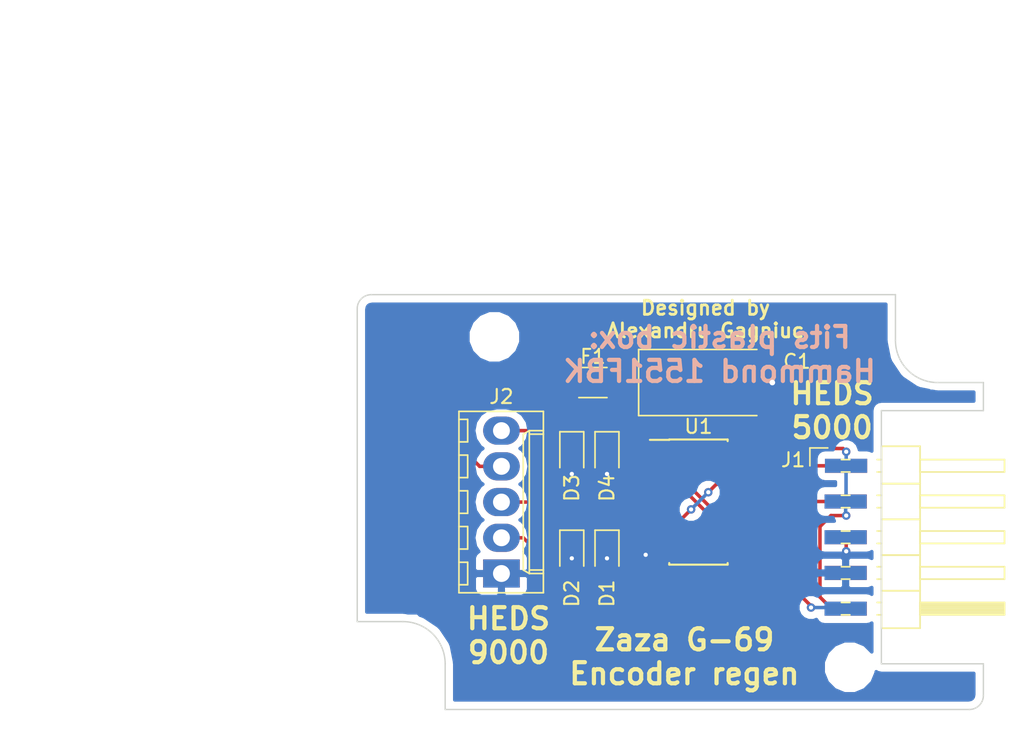
<source format=kicad_pcb>
(kicad_pcb (version 4) (host pcbnew 4.0.6)

  (general
    (links 27)
    (no_connects 0)
    (area 93.520101 49.6824 180.2201 102.482401)
    (thickness 1.6)
    (drawings 34)
    (tracks 117)
    (zones 0)
    (modules 11)
    (nets 13)
  )

  (page A4)
  (title_block
    (title "Zaza G-69 Encoder interface/regenerator")
    (date 2017-11-05)
    (rev 0)
    (company "Alexandru Gagniuc")
  )

  (layers
    (0 F.Cu signal)
    (31 B.Cu signal)
    (32 B.Adhes user)
    (33 F.Adhes user)
    (34 B.Paste user)
    (35 F.Paste user)
    (36 B.SilkS user)
    (37 F.SilkS user)
    (38 B.Mask user)
    (39 F.Mask user)
    (40 Dwgs.User user)
    (41 Cmts.User user)
    (42 Eco1.User user)
    (43 Eco2.User user)
    (44 Edge.Cuts user)
    (45 Margin user)
    (46 B.CrtYd user)
    (47 F.CrtYd user)
    (48 B.Fab user)
    (49 F.Fab user hide)
  )

  (setup
    (last_trace_width 0.25)
    (trace_clearance 0.2)
    (zone_clearance 0.508)
    (zone_45_only no)
    (trace_min 0.2)
    (segment_width 0.2)
    (edge_width 0.1)
    (via_size 0.6)
    (via_drill 0.3)
    (via_min_size 0.4)
    (via_min_drill 0.3)
    (uvia_size 0.3)
    (uvia_drill 0.1)
    (uvias_allowed no)
    (uvia_min_size 0.2)
    (uvia_min_drill 0.1)
    (pcb_text_width 0.3)
    (pcb_text_size 1.5 1.5)
    (mod_edge_width 0.15)
    (mod_text_size 1 1)
    (mod_text_width 0.15)
    (pad_size 1.7272 1.7272)
    (pad_drill 1.016)
    (pad_to_mask_clearance 0)
    (aux_axis_origin 0 0)
    (grid_origin 116.3701 62.3824)
    (visible_elements 7FFFFFFF)
    (pcbplotparams
      (layerselection 0x01030_80000001)
      (usegerberextensions false)
      (excludeedgelayer true)
      (linewidth 0.100000)
      (plotframeref false)
      (viasonmask false)
      (mode 1)
      (useauxorigin false)
      (hpglpennumber 1)
      (hpglpenspeed 20)
      (hpglpendiameter 15)
      (hpglpenoverlay 2)
      (psnegative false)
      (psa4output false)
      (plotreference true)
      (plotvalue true)
      (plotinvisibletext false)
      (padsonsilk false)
      (subtractmaskfromsilk false)
      (outputformat 4)
      (mirror false)
      (drillshape 0)
      (scaleselection 1)
      (outputdirectory ""))
  )

  (net 0 "")
  (net 1 /I)
  (net 2 GND)
  (net 3 /A)
  (net 4 /B)
  (net 5 VCC)
  (net 6 "Net-(F1-Pad1)")
  (net 7 /CH_A)
  (net 8 /CH_B)
  (net 9 /CH_I)
  (net 10 "Net-(U1-Pad1)")
  (net 11 "Net-(U1-Pad12)")
  (net 12 "Net-(U1-Pad3)")

  (net_class Default "To jest domyślna klasa połączeń."
    (clearance 0.2)
    (trace_width 0.25)
    (via_dia 0.6)
    (via_drill 0.3)
    (uvia_dia 0.3)
    (uvia_drill 0.1)
    (add_net /A)
    (add_net /B)
    (add_net /CH_A)
    (add_net /CH_B)
    (add_net /CH_I)
    (add_net /I)
    (add_net GND)
    (add_net "Net-(F1-Pad1)")
    (add_net "Net-(U1-Pad1)")
    (add_net "Net-(U1-Pad12)")
    (add_net "Net-(U1-Pad3)")
    (add_net VCC)
  )

  (module Mounting_Holes:MountingHole_2.5mm (layer F.Cu) (tedit 59FBFCDC) (tstamp 59FF8735)
    (at 154.1201 96.6324)
    (descr "Mounting Hole 2.5mm, no annular")
    (tags "mounting hole 2.5mm no annular")
    (fp_text reference REF** (at 0 -3.5) (layer F.SilkS) hide
      (effects (font (size 1 1) (thickness 0.15)))
    )
    (fp_text value MountingHole_2.5mm (at 0 3.5) (layer F.Fab)
      (effects (font (size 1 1) (thickness 0.15)))
    )
    (fp_circle (center 0 0) (end 2.5 0) (layer Cmts.User) (width 0.15))
    (fp_circle (center 0 0) (end 2.75 0) (layer F.CrtYd) (width 0.05))
    (pad 1 np_thru_hole circle (at 0 0) (size 2.5 2.5) (drill 2.5) (layers *.Cu *.Mask))
  )

  (module Pin_Headers:Pin_Header_Angled_2x05_Pitch2.54mm (layer F.Cu) (tedit 59FF546F) (tstamp 59FF526B)
    (at 153.8301 82.3024)
    (descr "Through hole angled pin header, 2x05, 2.54mm pitch, 6mm pin length, double rows")
    (tags "Through hole angled pin header THT 2x05 2.54mm double row")
    (path /59FBDAC3)
    (fp_text reference J1 (at -3.73 -0.42) (layer F.SilkS)
      (effects (font (size 1 1) (thickness 0.15)))
    )
    (fp_text value IDC-10 (at 4.315 12.43) (layer F.Fab)
      (effects (font (size 1 1) (thickness 0.15)))
    )
    (fp_line (start 2.67 -1.27) (end 2.67 1.27) (layer F.Fab) (width 0.1))
    (fp_line (start 2.67 1.27) (end 5.17 1.27) (layer F.Fab) (width 0.1))
    (fp_line (start 5.17 1.27) (end 5.17 -1.27) (layer F.Fab) (width 0.1))
    (fp_line (start 5.17 -1.27) (end 2.67 -1.27) (layer F.Fab) (width 0.1))
    (fp_line (start -1.27 -0.32) (end -1.27 0.32) (layer F.Fab) (width 0.1))
    (fp_line (start -1.27 0.32) (end 11.17 0.32) (layer F.Fab) (width 0.1))
    (fp_line (start 11.17 0.32) (end 11.17 -0.32) (layer F.Fab) (width 0.1))
    (fp_line (start 11.17 -0.32) (end -1.27 -0.32) (layer F.Fab) (width 0.1))
    (fp_line (start 2.67 1.27) (end 2.67 3.81) (layer F.Fab) (width 0.1))
    (fp_line (start 2.67 3.81) (end 5.17 3.81) (layer F.Fab) (width 0.1))
    (fp_line (start 5.17 3.81) (end 5.17 1.27) (layer F.Fab) (width 0.1))
    (fp_line (start 5.17 1.27) (end 2.67 1.27) (layer F.Fab) (width 0.1))
    (fp_line (start -1.27 2.22) (end -1.27 2.86) (layer F.Fab) (width 0.1))
    (fp_line (start -1.27 2.86) (end 11.17 2.86) (layer F.Fab) (width 0.1))
    (fp_line (start 11.17 2.86) (end 11.17 2.22) (layer F.Fab) (width 0.1))
    (fp_line (start 11.17 2.22) (end -1.27 2.22) (layer F.Fab) (width 0.1))
    (fp_line (start 2.67 3.81) (end 2.67 6.35) (layer F.Fab) (width 0.1))
    (fp_line (start 2.67 6.35) (end 5.17 6.35) (layer F.Fab) (width 0.1))
    (fp_line (start 5.17 6.35) (end 5.17 3.81) (layer F.Fab) (width 0.1))
    (fp_line (start 5.17 3.81) (end 2.67 3.81) (layer F.Fab) (width 0.1))
    (fp_line (start -1.27 4.76) (end -1.27 5.4) (layer F.Fab) (width 0.1))
    (fp_line (start -1.27 5.4) (end 11.17 5.4) (layer F.Fab) (width 0.1))
    (fp_line (start 11.17 5.4) (end 11.17 4.76) (layer F.Fab) (width 0.1))
    (fp_line (start 11.17 4.76) (end -1.27 4.76) (layer F.Fab) (width 0.1))
    (fp_line (start 2.67 6.35) (end 2.67 8.89) (layer F.Fab) (width 0.1))
    (fp_line (start 2.67 8.89) (end 5.17 8.89) (layer F.Fab) (width 0.1))
    (fp_line (start 5.17 8.89) (end 5.17 6.35) (layer F.Fab) (width 0.1))
    (fp_line (start 5.17 6.35) (end 2.67 6.35) (layer F.Fab) (width 0.1))
    (fp_line (start -1.27 7.3) (end -1.27 7.94) (layer F.Fab) (width 0.1))
    (fp_line (start -1.27 7.94) (end 11.17 7.94) (layer F.Fab) (width 0.1))
    (fp_line (start 11.17 7.94) (end 11.17 7.3) (layer F.Fab) (width 0.1))
    (fp_line (start 11.17 7.3) (end -1.27 7.3) (layer F.Fab) (width 0.1))
    (fp_line (start 2.67 8.89) (end 2.67 11.43) (layer F.Fab) (width 0.1))
    (fp_line (start 2.67 11.43) (end 5.17 11.43) (layer F.Fab) (width 0.1))
    (fp_line (start 5.17 11.43) (end 5.17 8.89) (layer F.Fab) (width 0.1))
    (fp_line (start 5.17 8.89) (end 2.67 8.89) (layer F.Fab) (width 0.1))
    (fp_line (start -1.27 9.84) (end -1.27 10.48) (layer F.Fab) (width 0.1))
    (fp_line (start -1.27 10.48) (end 11.17 10.48) (layer F.Fab) (width 0.1))
    (fp_line (start 11.17 10.48) (end 11.17 9.84) (layer F.Fab) (width 0.1))
    (fp_line (start 11.17 9.84) (end -1.27 9.84) (layer F.Fab) (width 0.1))
    (fp_line (start 2.55 -1.39) (end 2.55 1.27) (layer F.SilkS) (width 0.12))
    (fp_line (start 2.55 1.27) (end 5.29 1.27) (layer F.SilkS) (width 0.12))
    (fp_line (start 5.29 1.27) (end 5.29 -1.39) (layer F.SilkS) (width 0.12))
    (fp_line (start 5.29 -1.39) (end 2.55 -1.39) (layer F.SilkS) (width 0.12))
    (fp_line (start 5.29 -0.44) (end 5.29 0.44) (layer F.SilkS) (width 0.12))
    (fp_line (start 5.29 0.44) (end 11.29 0.44) (layer F.SilkS) (width 0.12))
    (fp_line (start 11.29 0.44) (end 11.29 -0.44) (layer F.SilkS) (width 0.12))
    (fp_line (start 11.29 -0.44) (end 5.29 -0.44) (layer F.SilkS) (width 0.12))
    (fp_line (start 2.24 -0.44) (end 2.55 -0.44) (layer F.SilkS) (width 0.12))
    (fp_line (start 2.24 0.44) (end 2.55 0.44) (layer F.SilkS) (width 0.12))
    (fp_line (start -0.3 -0.44) (end 0.3 -0.44) (layer F.SilkS) (width 0.12))
    (fp_line (start -0.3 0.44) (end 0.3 0.44) (layer F.SilkS) (width 0.12))
    (fp_line (start 5.29 9.84) (end 11.29 9.84) (layer F.SilkS) (width 0.12))
    (fp_line (start 5.29 9.96) (end 11.29 9.96) (layer F.SilkS) (width 0.12))
    (fp_line (start 5.29 10.08) (end 11.29 10.08) (layer F.SilkS) (width 0.12))
    (fp_line (start 5.29 10.2) (end 11.29 10.2) (layer F.SilkS) (width 0.12))
    (fp_line (start 5.29 10.32) (end 11.29 10.32) (layer F.SilkS) (width 0.12))
    (fp_line (start 5.29 10.44) (end 11.29 10.44) (layer F.SilkS) (width 0.12))
    (fp_line (start 5.29 10.56) (end 11.29 10.56) (layer F.SilkS) (width 0.12))
    (fp_line (start 2.55 1.27) (end 2.55 3.81) (layer F.SilkS) (width 0.12))
    (fp_line (start 2.55 3.81) (end 5.29 3.81) (layer F.SilkS) (width 0.12))
    (fp_line (start 5.29 3.81) (end 5.29 1.27) (layer F.SilkS) (width 0.12))
    (fp_line (start 5.29 1.27) (end 2.55 1.27) (layer F.SilkS) (width 0.12))
    (fp_line (start 5.29 2.1) (end 5.29 2.98) (layer F.SilkS) (width 0.12))
    (fp_line (start 5.29 2.98) (end 11.29 2.98) (layer F.SilkS) (width 0.12))
    (fp_line (start 11.29 2.98) (end 11.29 2.1) (layer F.SilkS) (width 0.12))
    (fp_line (start 11.29 2.1) (end 5.29 2.1) (layer F.SilkS) (width 0.12))
    (fp_line (start 2.24 2.1) (end 2.55 2.1) (layer F.SilkS) (width 0.12))
    (fp_line (start 2.24 2.98) (end 2.55 2.98) (layer F.SilkS) (width 0.12))
    (fp_line (start -0.3 2.1) (end 0.3 2.1) (layer F.SilkS) (width 0.12))
    (fp_line (start -0.3 2.98) (end 0.3 2.98) (layer F.SilkS) (width 0.12))
    (fp_line (start 2.55 3.81) (end 2.55 6.35) (layer F.SilkS) (width 0.12))
    (fp_line (start 2.55 6.35) (end 5.29 6.35) (layer F.SilkS) (width 0.12))
    (fp_line (start 5.29 6.35) (end 5.29 3.81) (layer F.SilkS) (width 0.12))
    (fp_line (start 5.29 3.81) (end 2.55 3.81) (layer F.SilkS) (width 0.12))
    (fp_line (start 5.29 4.64) (end 5.29 5.52) (layer F.SilkS) (width 0.12))
    (fp_line (start 5.29 5.52) (end 11.29 5.52) (layer F.SilkS) (width 0.12))
    (fp_line (start 11.29 5.52) (end 11.29 4.64) (layer F.SilkS) (width 0.12))
    (fp_line (start 11.29 4.64) (end 5.29 4.64) (layer F.SilkS) (width 0.12))
    (fp_line (start 2.24 4.64) (end 2.55 4.64) (layer F.SilkS) (width 0.12))
    (fp_line (start 2.24 5.52) (end 2.55 5.52) (layer F.SilkS) (width 0.12))
    (fp_line (start -0.3 4.64) (end 0.3 4.64) (layer F.SilkS) (width 0.12))
    (fp_line (start -0.3 5.52) (end 0.3 5.52) (layer F.SilkS) (width 0.12))
    (fp_line (start 2.55 6.35) (end 2.55 8.89) (layer F.SilkS) (width 0.12))
    (fp_line (start 2.55 8.89) (end 5.29 8.89) (layer F.SilkS) (width 0.12))
    (fp_line (start 5.29 8.89) (end 5.29 6.35) (layer F.SilkS) (width 0.12))
    (fp_line (start 5.29 6.35) (end 2.55 6.35) (layer F.SilkS) (width 0.12))
    (fp_line (start 5.29 7.18) (end 5.29 8.06) (layer F.SilkS) (width 0.12))
    (fp_line (start 5.29 8.06) (end 11.29 8.06) (layer F.SilkS) (width 0.12))
    (fp_line (start 11.29 8.06) (end 11.29 7.18) (layer F.SilkS) (width 0.12))
    (fp_line (start 11.29 7.18) (end 5.29 7.18) (layer F.SilkS) (width 0.12))
    (fp_line (start 2.24 7.18) (end 2.55 7.18) (layer F.SilkS) (width 0.12))
    (fp_line (start 2.24 8.06) (end 2.55 8.06) (layer F.SilkS) (width 0.12))
    (fp_line (start -0.3 7.18) (end 0.3 7.18) (layer F.SilkS) (width 0.12))
    (fp_line (start -0.3 8.06) (end 0.3 8.06) (layer F.SilkS) (width 0.12))
    (fp_line (start 2.55 8.89) (end 2.55 11.55) (layer F.SilkS) (width 0.12))
    (fp_line (start 2.55 11.55) (end 5.29 11.55) (layer F.SilkS) (width 0.12))
    (fp_line (start 5.29 11.55) (end 5.29 8.89) (layer F.SilkS) (width 0.12))
    (fp_line (start 5.29 8.89) (end 2.55 8.89) (layer F.SilkS) (width 0.12))
    (fp_line (start 5.29 9.72) (end 5.29 10.6) (layer F.SilkS) (width 0.12))
    (fp_line (start 5.29 10.6) (end 11.29 10.6) (layer F.SilkS) (width 0.12))
    (fp_line (start 11.29 10.6) (end 11.29 9.72) (layer F.SilkS) (width 0.12))
    (fp_line (start 11.29 9.72) (end 5.29 9.72) (layer F.SilkS) (width 0.12))
    (fp_line (start 2.24 9.72) (end 2.55 9.72) (layer F.SilkS) (width 0.12))
    (fp_line (start 2.24 10.6) (end 2.55 10.6) (layer F.SilkS) (width 0.12))
    (fp_line (start -0.3 9.72) (end 0.3 9.72) (layer F.SilkS) (width 0.12))
    (fp_line (start -0.3 10.6) (end 0.3 10.6) (layer F.SilkS) (width 0.12))
    (fp_line (start -2.54 0) (end -2.54 -1.27) (layer F.SilkS) (width 0.12))
    (fp_line (start -2.54 -1.27) (end -1.27 -1.27) (layer F.SilkS) (width 0.12))
    (fp_line (start -2.87 -1.6) (end -2.87 11.7) (layer F.CrtYd) (width 0.05))
    (fp_line (start -2.87 11.7) (end 11.43 11.7) (layer F.CrtYd) (width 0.05))
    (fp_line (start 11.43 11.7) (end 11.43 -1.6) (layer F.CrtYd) (width 0.05))
    (fp_line (start 11.43 -1.6) (end -2.87 -1.6) (layer F.CrtYd) (width 0.05))
    (pad 8 smd rect (at 0 2.54) (size 3 1) (layers F.Cu F.Paste F.Mask)
      (net 8 /CH_B))
    (pad 9 smd rect (at 0.03 0) (size 3 1) (layers B.Cu B.Adhes B.Mask)
      (net 5 VCC))
    (pad 10 smd rect (at 0.03 0) (size 3 1) (layers F.Cu F.Paste F.Mask)
      (net 9 /CH_I))
    (pad 6 smd rect (at 0 5.08) (size 3 1) (layers F.Cu F.Paste F.Mask)
      (net 2 GND))
    (pad 4 smd rect (at 0 7.62) (size 3 1) (layers F.Cu F.Paste F.Mask))
    (pad 2 smd rect (at 0 10.16) (size 3 1) (layers F.Cu F.Paste F.Mask)
      (net 5 VCC))
    (pad 7 smd rect (at 0 2.54) (size 3 1) (layers B.Cu B.Adhes B.Mask)
      (net 5 VCC))
    (pad 5 smd rect (at 0 5.08) (size 3 1) (layers B.Cu B.Adhes B.Mask))
    (pad 3 smd rect (at 0 7.62) (size 3 1) (layers B.Cu B.Adhes B.Mask)
      (net 2 GND))
    (pad 1 smd rect (at 0 10.16) (size 3 1) (layers B.Cu B.Adhes B.Mask)
      (net 7 /CH_A))
    (model Pin_Headers.3dshapes/Pin_Header_Straight_2x05_Pitch2.54mm.wrl
      (at (xyz 0.1 -0.2 -0.04))
      (scale (xyz 1 1 1))
      (rotate (xyz 90 0 90))
    )
  )

  (module Capacitors_Tantalum_SMD:CP_Tantalum_Case-X_EIA-7343-43_Reflow (layer F.Cu) (tedit 57B6E980) (tstamp 59FF52E9)
    (at 143.8701 76.3824)
    (descr "Tantalum capacitor, Case X, EIA 7343-43, 7.3x4.2x4.0mm, Reflow soldering footprint")
    (tags "capacitor tantalum smd")
    (path /59FC0A7D)
    (attr smd)
    (fp_text reference C1 (at 6.5 -1.5) (layer F.SilkS)
      (effects (font (size 1 1) (thickness 0.15)))
    )
    (fp_text value 10u (at 0 3.85) (layer F.Fab)
      (effects (font (size 1 1) (thickness 0.15)))
    )
    (fp_line (start -4.85 -2.5) (end -4.85 2.5) (layer F.CrtYd) (width 0.05))
    (fp_line (start -4.85 2.5) (end 4.85 2.5) (layer F.CrtYd) (width 0.05))
    (fp_line (start 4.85 2.5) (end 4.85 -2.5) (layer F.CrtYd) (width 0.05))
    (fp_line (start 4.85 -2.5) (end -4.85 -2.5) (layer F.CrtYd) (width 0.05))
    (fp_line (start -3.65 -2.1) (end -3.65 2.1) (layer F.Fab) (width 0.1))
    (fp_line (start -3.65 2.1) (end 3.65 2.1) (layer F.Fab) (width 0.1))
    (fp_line (start 3.65 2.1) (end 3.65 -2.1) (layer F.Fab) (width 0.1))
    (fp_line (start 3.65 -2.1) (end -3.65 -2.1) (layer F.Fab) (width 0.1))
    (fp_line (start -2.92 -2.1) (end -2.92 2.1) (layer F.Fab) (width 0.1))
    (fp_line (start -2.555 -2.1) (end -2.555 2.1) (layer F.Fab) (width 0.1))
    (fp_line (start -4.75 -2.35) (end 3.65 -2.35) (layer F.SilkS) (width 0.12))
    (fp_line (start -4.75 2.35) (end 3.65 2.35) (layer F.SilkS) (width 0.12))
    (fp_line (start -4.75 -2.35) (end -4.75 2.35) (layer F.SilkS) (width 0.12))
    (pad 1 smd rect (at -3.175 0) (size 2.55 2.7) (layers F.Cu F.Paste F.Mask)
      (net 5 VCC))
    (pad 2 smd rect (at 3.175 0) (size 2.55 2.7) (layers F.Cu F.Paste F.Mask)
      (net 2 GND))
    (model Capacitors_Tantalum_SMD.3dshapes/CP_Tantalum_Case-X_EIA-7343-43.wrl
      (at (xyz 0 0 0))
      (scale (xyz 1 1 1))
      (rotate (xyz 0 0 0))
    )
  )

  (module Housings_SOIC:SOIC-14_3.9x8.7mm_Pitch1.27mm (layer F.Cu) (tedit 574D9791) (tstamp 59FF5244)
    (at 143.3701 84.8824)
    (descr "14-Lead Plastic Small Outline (SL) - Narrow, 3.90 mm Body [SOIC] (see Microchip Packaging Specification 00000049BS.pdf)")
    (tags "SOIC 1.27")
    (path /59FBE818)
    (attr smd)
    (fp_text reference U1 (at 0 -5.375) (layer F.SilkS)
      (effects (font (size 1 1) (thickness 0.15)))
    )
    (fp_text value 74HC14 (at 0 5.375) (layer F.Fab)
      (effects (font (size 1 1) (thickness 0.15)))
    )
    (fp_line (start -0.95 -4.35) (end 1.95 -4.35) (layer F.Fab) (width 0.15))
    (fp_line (start 1.95 -4.35) (end 1.95 4.35) (layer F.Fab) (width 0.15))
    (fp_line (start 1.95 4.35) (end -1.95 4.35) (layer F.Fab) (width 0.15))
    (fp_line (start -1.95 4.35) (end -1.95 -3.35) (layer F.Fab) (width 0.15))
    (fp_line (start -1.95 -3.35) (end -0.95 -4.35) (layer F.Fab) (width 0.15))
    (fp_line (start -3.7 -4.65) (end -3.7 4.65) (layer F.CrtYd) (width 0.05))
    (fp_line (start 3.7 -4.65) (end 3.7 4.65) (layer F.CrtYd) (width 0.05))
    (fp_line (start -3.7 -4.65) (end 3.7 -4.65) (layer F.CrtYd) (width 0.05))
    (fp_line (start -3.7 4.65) (end 3.7 4.65) (layer F.CrtYd) (width 0.05))
    (fp_line (start -2.075 -4.45) (end -2.075 -4.425) (layer F.SilkS) (width 0.15))
    (fp_line (start 2.075 -4.45) (end 2.075 -4.335) (layer F.SilkS) (width 0.15))
    (fp_line (start 2.075 4.45) (end 2.075 4.335) (layer F.SilkS) (width 0.15))
    (fp_line (start -2.075 4.45) (end -2.075 4.335) (layer F.SilkS) (width 0.15))
    (fp_line (start -2.075 -4.45) (end 2.075 -4.45) (layer F.SilkS) (width 0.15))
    (fp_line (start -2.075 4.45) (end 2.075 4.45) (layer F.SilkS) (width 0.15))
    (fp_line (start -2.075 -4.425) (end -3.45 -4.425) (layer F.SilkS) (width 0.15))
    (pad 1 smd rect (at -2.7 -3.81) (size 1.5 0.6) (layers F.Cu F.Paste F.Mask)
      (net 10 "Net-(U1-Pad1)"))
    (pad 2 smd rect (at -2.7 -2.54) (size 1.5 0.6) (layers F.Cu F.Paste F.Mask)
      (net 4 /B))
    (pad 3 smd rect (at -2.7 -1.27) (size 1.5 0.6) (layers F.Cu F.Paste F.Mask)
      (net 12 "Net-(U1-Pad3)"))
    (pad 4 smd rect (at -2.7 0) (size 1.5 0.6) (layers F.Cu F.Paste F.Mask)
      (net 3 /A))
    (pad 5 smd rect (at -2.7 1.27) (size 1.5 0.6) (layers F.Cu F.Paste F.Mask)
      (net 11 "Net-(U1-Pad12)"))
    (pad 6 smd rect (at -2.7 2.54) (size 1.5 0.6) (layers F.Cu F.Paste F.Mask)
      (net 1 /I))
    (pad 7 smd rect (at -2.7 3.81) (size 1.5 0.6) (layers F.Cu F.Paste F.Mask)
      (net 2 GND))
    (pad 8 smd rect (at 2.7 3.81) (size 1.5 0.6) (layers F.Cu F.Paste F.Mask)
      (net 12 "Net-(U1-Pad3)"))
    (pad 9 smd rect (at 2.7 2.54) (size 1.5 0.6) (layers F.Cu F.Paste F.Mask)
      (net 7 /CH_A))
    (pad 10 smd rect (at 2.7 1.27) (size 1.5 0.6) (layers F.Cu F.Paste F.Mask)
      (net 10 "Net-(U1-Pad1)"))
    (pad 11 smd rect (at 2.7 0) (size 1.5 0.6) (layers F.Cu F.Paste F.Mask)
      (net 8 /CH_B))
    (pad 12 smd rect (at 2.7 -1.27) (size 1.5 0.6) (layers F.Cu F.Paste F.Mask)
      (net 11 "Net-(U1-Pad12)"))
    (pad 13 smd rect (at 2.7 -2.54) (size 1.5 0.6) (layers F.Cu F.Paste F.Mask)
      (net 9 /CH_I))
    (pad 14 smd rect (at 2.7 -3.81) (size 1.5 0.6) (layers F.Cu F.Paste F.Mask)
      (net 5 VCC))
    (model Housings_SOIC.3dshapes/SOIC-14_3.9x8.7mm_Pitch1.27mm.wrl
      (at (xyz 0 0 0))
      (scale (xyz 1 1 1))
      (rotate (xyz 0 0 0))
    )
  )

  (module Resistors_SMD:R_1206 (layer F.Cu) (tedit 58AADA9E) (tstamp 59FF5234)
    (at 135.8701 76.3824)
    (descr "Resistor SMD 1206, reflow soldering, Vishay (see dcrcw.pdf)")
    (tags "resistor 1206")
    (path /59FBFF98)
    (attr smd)
    (fp_text reference F1 (at 0 -1.85) (layer F.SilkS)
      (effects (font (size 1 1) (thickness 0.15)))
    )
    (fp_text value 50mA (at 0 1.95) (layer F.Fab)
      (effects (font (size 1 1) (thickness 0.15)))
    )
    (fp_text user %R (at 0 -1.85) (layer F.Fab)
      (effects (font (size 1 1) (thickness 0.15)))
    )
    (fp_line (start -1.6 0.8) (end -1.6 -0.8) (layer F.Fab) (width 0.1))
    (fp_line (start 1.6 0.8) (end -1.6 0.8) (layer F.Fab) (width 0.1))
    (fp_line (start 1.6 -0.8) (end 1.6 0.8) (layer F.Fab) (width 0.1))
    (fp_line (start -1.6 -0.8) (end 1.6 -0.8) (layer F.Fab) (width 0.1))
    (fp_line (start 1 1.07) (end -1 1.07) (layer F.SilkS) (width 0.12))
    (fp_line (start -1 -1.07) (end 1 -1.07) (layer F.SilkS) (width 0.12))
    (fp_line (start -2.15 -1.11) (end 2.15 -1.11) (layer F.CrtYd) (width 0.05))
    (fp_line (start -2.15 -1.11) (end -2.15 1.1) (layer F.CrtYd) (width 0.05))
    (fp_line (start 2.15 1.1) (end 2.15 -1.11) (layer F.CrtYd) (width 0.05))
    (fp_line (start 2.15 1.1) (end -2.15 1.1) (layer F.CrtYd) (width 0.05))
    (pad 1 smd rect (at -1.45 0) (size 0.9 1.7) (layers F.Cu F.Paste F.Mask)
      (net 6 "Net-(F1-Pad1)"))
    (pad 2 smd rect (at 1.45 0) (size 0.9 1.7) (layers F.Cu F.Paste F.Mask)
      (net 5 VCC))
    (model Resistors_SMD.3dshapes/R_1206.wrl
      (at (xyz 0 0 0))
      (scale (xyz 1 1 1))
      (rotate (xyz 0 0 0))
    )
  )

  (module Mounting_Holes:MountingHole_2.5mm (layer F.Cu) (tedit 59FBFCE0) (tstamp 59FF522E)
    (at 128.8701 73.1324)
    (descr "Mounting Hole 2.5mm, no annular")
    (tags "mounting hole 2.5mm no annular")
    (fp_text reference REF** (at 0 -3.5) (layer F.SilkS) hide
      (effects (font (size 1 1) (thickness 0.15)))
    )
    (fp_text value MountingHole_2.5mm (at 0 3.5) (layer F.Fab)
      (effects (font (size 1 1) (thickness 0.15)))
    )
    (fp_circle (center 0 0) (end 2.5 0) (layer Cmts.User) (width 0.15))
    (fp_circle (center 0 0) (end 2.75 0) (layer F.CrtYd) (width 0.05))
    (pad 1 np_thru_hole circle (at 0 0) (size 2.5 2.5) (drill 2.5) (layers *.Cu *.Mask))
  )

  (module Diodes_SMD:D_SOD-323 (layer F.Cu) (tedit 58641739) (tstamp 59FF5218)
    (at 134.3701 81.3824 270)
    (descr SOD-323)
    (tags SOD-323)
    (path /59FBF94E)
    (attr smd)
    (fp_text reference D3 (at 2.5 0 270) (layer F.SilkS)
      (effects (font (size 1 1) (thickness 0.15)))
    )
    (fp_text value TVS (at 0.1 1.9 270) (layer F.Fab)
      (effects (font (size 1 1) (thickness 0.15)))
    )
    (fp_line (start -1.5 -0.85) (end -1.5 0.85) (layer F.SilkS) (width 0.12))
    (fp_line (start 0.2 0) (end 0.45 0) (layer F.Fab) (width 0.1))
    (fp_line (start 0.2 0.35) (end -0.3 0) (layer F.Fab) (width 0.1))
    (fp_line (start 0.2 -0.35) (end 0.2 0.35) (layer F.Fab) (width 0.1))
    (fp_line (start -0.3 0) (end 0.2 -0.35) (layer F.Fab) (width 0.1))
    (fp_line (start -0.3 0) (end -0.5 0) (layer F.Fab) (width 0.1))
    (fp_line (start -0.3 -0.35) (end -0.3 0.35) (layer F.Fab) (width 0.1))
    (fp_line (start -0.9 0.7) (end -0.9 -0.7) (layer F.Fab) (width 0.1))
    (fp_line (start 0.9 0.7) (end -0.9 0.7) (layer F.Fab) (width 0.1))
    (fp_line (start 0.9 -0.7) (end 0.9 0.7) (layer F.Fab) (width 0.1))
    (fp_line (start -0.9 -0.7) (end 0.9 -0.7) (layer F.Fab) (width 0.1))
    (fp_line (start -1.6 -0.95) (end 1.6 -0.95) (layer F.CrtYd) (width 0.05))
    (fp_line (start 1.6 -0.95) (end 1.6 0.95) (layer F.CrtYd) (width 0.05))
    (fp_line (start -1.6 0.95) (end 1.6 0.95) (layer F.CrtYd) (width 0.05))
    (fp_line (start -1.6 -0.95) (end -1.6 0.95) (layer F.CrtYd) (width 0.05))
    (fp_line (start -1.5 0.85) (end 1.05 0.85) (layer F.SilkS) (width 0.12))
    (fp_line (start -1.5 -0.85) (end 1.05 -0.85) (layer F.SilkS) (width 0.12))
    (pad 1 smd rect (at -1.05 0 270) (size 0.6 0.45) (layers F.Cu F.Paste F.Mask)
      (net 4 /B))
    (pad 2 smd rect (at 1.05 0 270) (size 0.6 0.45) (layers F.Cu F.Paste F.Mask)
      (net 2 GND))
    (model Diodes_SMD.3dshapes/D_SOD-323.wrl
      (at (xyz 0 0 0))
      (scale (xyz 1 1 1))
      (rotate (xyz 0 0 180))
    )
  )

  (module Diodes_SMD:D_SOD-323 (layer F.Cu) (tedit 58641739) (tstamp 59FF5202)
    (at 136.8701 81.3824 270)
    (descr SOD-323)
    (tags SOD-323)
    (path /59FC0203)
    (attr smd)
    (fp_text reference D4 (at 2.5 0 270) (layer F.SilkS)
      (effects (font (size 1 1) (thickness 0.15)))
    )
    (fp_text value TVS (at 0.1 1.9 270) (layer F.Fab)
      (effects (font (size 1 1) (thickness 0.15)))
    )
    (fp_line (start -1.5 -0.85) (end -1.5 0.85) (layer F.SilkS) (width 0.12))
    (fp_line (start 0.2 0) (end 0.45 0) (layer F.Fab) (width 0.1))
    (fp_line (start 0.2 0.35) (end -0.3 0) (layer F.Fab) (width 0.1))
    (fp_line (start 0.2 -0.35) (end 0.2 0.35) (layer F.Fab) (width 0.1))
    (fp_line (start -0.3 0) (end 0.2 -0.35) (layer F.Fab) (width 0.1))
    (fp_line (start -0.3 0) (end -0.5 0) (layer F.Fab) (width 0.1))
    (fp_line (start -0.3 -0.35) (end -0.3 0.35) (layer F.Fab) (width 0.1))
    (fp_line (start -0.9 0.7) (end -0.9 -0.7) (layer F.Fab) (width 0.1))
    (fp_line (start 0.9 0.7) (end -0.9 0.7) (layer F.Fab) (width 0.1))
    (fp_line (start 0.9 -0.7) (end 0.9 0.7) (layer F.Fab) (width 0.1))
    (fp_line (start -0.9 -0.7) (end 0.9 -0.7) (layer F.Fab) (width 0.1))
    (fp_line (start -1.6 -0.95) (end 1.6 -0.95) (layer F.CrtYd) (width 0.05))
    (fp_line (start 1.6 -0.95) (end 1.6 0.95) (layer F.CrtYd) (width 0.05))
    (fp_line (start -1.6 0.95) (end 1.6 0.95) (layer F.CrtYd) (width 0.05))
    (fp_line (start -1.6 -0.95) (end -1.6 0.95) (layer F.CrtYd) (width 0.05))
    (fp_line (start -1.5 0.85) (end 1.05 0.85) (layer F.SilkS) (width 0.12))
    (fp_line (start -1.5 -0.85) (end 1.05 -0.85) (layer F.SilkS) (width 0.12))
    (pad 1 smd rect (at -1.05 0 270) (size 0.6 0.45) (layers F.Cu F.Paste F.Mask)
      (net 5 VCC))
    (pad 2 smd rect (at 1.05 0 270) (size 0.6 0.45) (layers F.Cu F.Paste F.Mask)
      (net 2 GND))
    (model Diodes_SMD.3dshapes/D_SOD-323.wrl
      (at (xyz 0 0 0))
      (scale (xyz 1 1 1))
      (rotate (xyz 0 0 180))
    )
  )

  (module Connectors_Molex:Molex_KK-6410-05_05x2.54mm_Straight (layer F.Cu) (tedit 56C6219D) (tstamp 59FF51DB)
    (at 129.3701 89.9624 90)
    (descr "Connector Headers with Friction Lock, 22-27-2051, http://www.molex.com/pdm_docs/sd/022272021_sd.pdf")
    (tags "connector molex kk_6410 22-27-2051")
    (path /59FBDB25)
    (fp_text reference J2 (at 12.58 0 180) (layer F.SilkS)
      (effects (font (size 1 1) (thickness 0.15)))
    )
    (fp_text value "KK 2.54" (at 5.08 4.5 90) (layer F.Fab)
      (effects (font (size 1 1) (thickness 0.15)))
    )
    (fp_line (start -1.37 -3.02) (end -1.37 2.98) (layer F.SilkS) (width 0.12))
    (fp_line (start -1.37 2.98) (end 11.53 2.98) (layer F.SilkS) (width 0.12))
    (fp_line (start 11.53 2.98) (end 11.53 -3.02) (layer F.SilkS) (width 0.12))
    (fp_line (start 11.53 -3.02) (end -1.37 -3.02) (layer F.SilkS) (width 0.12))
    (fp_line (start 0 2.98) (end 0 1.98) (layer F.SilkS) (width 0.12))
    (fp_line (start 0 1.98) (end 10.16 1.98) (layer F.SilkS) (width 0.12))
    (fp_line (start 10.16 1.98) (end 10.16 2.98) (layer F.SilkS) (width 0.12))
    (fp_line (start 0 1.98) (end 0.25 1.55) (layer F.SilkS) (width 0.12))
    (fp_line (start 0.25 1.55) (end 9.91 1.55) (layer F.SilkS) (width 0.12))
    (fp_line (start 9.91 1.55) (end 10.16 1.98) (layer F.SilkS) (width 0.12))
    (fp_line (start 0.25 2.98) (end 0.25 1.98) (layer F.SilkS) (width 0.12))
    (fp_line (start 9.91 2.98) (end 9.91 1.98) (layer F.SilkS) (width 0.12))
    (fp_line (start -0.8 -3.02) (end -0.8 -2.4) (layer F.SilkS) (width 0.12))
    (fp_line (start -0.8 -2.4) (end 0.8 -2.4) (layer F.SilkS) (width 0.12))
    (fp_line (start 0.8 -2.4) (end 0.8 -3.02) (layer F.SilkS) (width 0.12))
    (fp_line (start 1.74 -3.02) (end 1.74 -2.4) (layer F.SilkS) (width 0.12))
    (fp_line (start 1.74 -2.4) (end 3.34 -2.4) (layer F.SilkS) (width 0.12))
    (fp_line (start 3.34 -2.4) (end 3.34 -3.02) (layer F.SilkS) (width 0.12))
    (fp_line (start 4.28 -3.02) (end 4.28 -2.4) (layer F.SilkS) (width 0.12))
    (fp_line (start 4.28 -2.4) (end 5.88 -2.4) (layer F.SilkS) (width 0.12))
    (fp_line (start 5.88 -2.4) (end 5.88 -3.02) (layer F.SilkS) (width 0.12))
    (fp_line (start 6.82 -3.02) (end 6.82 -2.4) (layer F.SilkS) (width 0.12))
    (fp_line (start 6.82 -2.4) (end 8.42 -2.4) (layer F.SilkS) (width 0.12))
    (fp_line (start 8.42 -2.4) (end 8.42 -3.02) (layer F.SilkS) (width 0.12))
    (fp_line (start 9.36 -3.02) (end 9.36 -2.4) (layer F.SilkS) (width 0.12))
    (fp_line (start 9.36 -2.4) (end 10.96 -2.4) (layer F.SilkS) (width 0.12))
    (fp_line (start 10.96 -2.4) (end 10.96 -3.02) (layer F.SilkS) (width 0.12))
    (fp_line (start -1.9 3.5) (end -1.9 -3.55) (layer F.CrtYd) (width 0.05))
    (fp_line (start -1.9 -3.55) (end 12.05 -3.55) (layer F.CrtYd) (width 0.05))
    (fp_line (start 12.05 -3.55) (end 12.05 3.5) (layer F.CrtYd) (width 0.05))
    (fp_line (start 12.05 3.5) (end -1.9 3.5) (layer F.CrtYd) (width 0.05))
    (pad 1 thru_hole rect (at 0 0 90) (size 2 2.6) (drill 1.2) (layers *.Cu *.Mask)
      (net 2 GND))
    (pad 2 thru_hole oval (at 2.54 0 90) (size 2 2.6) (drill 1.2) (layers *.Cu *.Mask)
      (net 1 /I))
    (pad 3 thru_hole oval (at 5.08 0 90) (size 2 2.6) (drill 1.2) (layers *.Cu *.Mask)
      (net 3 /A))
    (pad 4 thru_hole oval (at 7.62 0 90) (size 2 2.6) (drill 1.2) (layers *.Cu *.Mask)
      (net 6 "Net-(F1-Pad1)"))
    (pad 5 thru_hole oval (at 10.16 0 90) (size 2 2.6) (drill 1.2) (layers *.Cu *.Mask)
      (net 4 /B))
  )

  (module Diodes_SMD:D_SOD-323 (layer F.Cu) (tedit 58641739) (tstamp 59FF51C5)
    (at 134.3701 88.3824 270)
    (descr SOD-323)
    (tags SOD-323)
    (path /59FBF920)
    (attr smd)
    (fp_text reference D2 (at 3 0 270) (layer F.SilkS)
      (effects (font (size 1 1) (thickness 0.15)))
    )
    (fp_text value TVS (at 0.1 1.9 270) (layer F.Fab)
      (effects (font (size 1 1) (thickness 0.15)))
    )
    (fp_line (start -1.5 -0.85) (end -1.5 0.85) (layer F.SilkS) (width 0.12))
    (fp_line (start 0.2 0) (end 0.45 0) (layer F.Fab) (width 0.1))
    (fp_line (start 0.2 0.35) (end -0.3 0) (layer F.Fab) (width 0.1))
    (fp_line (start 0.2 -0.35) (end 0.2 0.35) (layer F.Fab) (width 0.1))
    (fp_line (start -0.3 0) (end 0.2 -0.35) (layer F.Fab) (width 0.1))
    (fp_line (start -0.3 0) (end -0.5 0) (layer F.Fab) (width 0.1))
    (fp_line (start -0.3 -0.35) (end -0.3 0.35) (layer F.Fab) (width 0.1))
    (fp_line (start -0.9 0.7) (end -0.9 -0.7) (layer F.Fab) (width 0.1))
    (fp_line (start 0.9 0.7) (end -0.9 0.7) (layer F.Fab) (width 0.1))
    (fp_line (start 0.9 -0.7) (end 0.9 0.7) (layer F.Fab) (width 0.1))
    (fp_line (start -0.9 -0.7) (end 0.9 -0.7) (layer F.Fab) (width 0.1))
    (fp_line (start -1.6 -0.95) (end 1.6 -0.95) (layer F.CrtYd) (width 0.05))
    (fp_line (start 1.6 -0.95) (end 1.6 0.95) (layer F.CrtYd) (width 0.05))
    (fp_line (start -1.6 0.95) (end 1.6 0.95) (layer F.CrtYd) (width 0.05))
    (fp_line (start -1.6 -0.95) (end -1.6 0.95) (layer F.CrtYd) (width 0.05))
    (fp_line (start -1.5 0.85) (end 1.05 0.85) (layer F.SilkS) (width 0.12))
    (fp_line (start -1.5 -0.85) (end 1.05 -0.85) (layer F.SilkS) (width 0.12))
    (pad 1 smd rect (at -1.05 0 270) (size 0.6 0.45) (layers F.Cu F.Paste F.Mask)
      (net 3 /A))
    (pad 2 smd rect (at 1.05 0 270) (size 0.6 0.45) (layers F.Cu F.Paste F.Mask)
      (net 2 GND))
    (model Diodes_SMD.3dshapes/D_SOD-323.wrl
      (at (xyz 0 0 0))
      (scale (xyz 1 1 1))
      (rotate (xyz 0 0 180))
    )
  )

  (module Diodes_SMD:D_SOD-323 (layer F.Cu) (tedit 58641739) (tstamp 59FF51AF)
    (at 136.8701 88.3824 270)
    (descr SOD-323)
    (tags SOD-323)
    (path /59FBF879)
    (attr smd)
    (fp_text reference D1 (at 3 0 270) (layer F.SilkS)
      (effects (font (size 1 1) (thickness 0.15)))
    )
    (fp_text value TVS (at 0.1 1.9 270) (layer F.Fab)
      (effects (font (size 1 1) (thickness 0.15)))
    )
    (fp_line (start -1.5 -0.85) (end -1.5 0.85) (layer F.SilkS) (width 0.12))
    (fp_line (start 0.2 0) (end 0.45 0) (layer F.Fab) (width 0.1))
    (fp_line (start 0.2 0.35) (end -0.3 0) (layer F.Fab) (width 0.1))
    (fp_line (start 0.2 -0.35) (end 0.2 0.35) (layer F.Fab) (width 0.1))
    (fp_line (start -0.3 0) (end 0.2 -0.35) (layer F.Fab) (width 0.1))
    (fp_line (start -0.3 0) (end -0.5 0) (layer F.Fab) (width 0.1))
    (fp_line (start -0.3 -0.35) (end -0.3 0.35) (layer F.Fab) (width 0.1))
    (fp_line (start -0.9 0.7) (end -0.9 -0.7) (layer F.Fab) (width 0.1))
    (fp_line (start 0.9 0.7) (end -0.9 0.7) (layer F.Fab) (width 0.1))
    (fp_line (start 0.9 -0.7) (end 0.9 0.7) (layer F.Fab) (width 0.1))
    (fp_line (start -0.9 -0.7) (end 0.9 -0.7) (layer F.Fab) (width 0.1))
    (fp_line (start -1.6 -0.95) (end 1.6 -0.95) (layer F.CrtYd) (width 0.05))
    (fp_line (start 1.6 -0.95) (end 1.6 0.95) (layer F.CrtYd) (width 0.05))
    (fp_line (start -1.6 0.95) (end 1.6 0.95) (layer F.CrtYd) (width 0.05))
    (fp_line (start -1.6 -0.95) (end -1.6 0.95) (layer F.CrtYd) (width 0.05))
    (fp_line (start -1.5 0.85) (end 1.05 0.85) (layer F.SilkS) (width 0.12))
    (fp_line (start -1.5 -0.85) (end 1.05 -0.85) (layer F.SilkS) (width 0.12))
    (pad 1 smd rect (at -1.05 0 270) (size 0.6 0.45) (layers F.Cu F.Paste F.Mask)
      (net 1 /I))
    (pad 2 smd rect (at 1.05 0 270) (size 0.6 0.45) (layers F.Cu F.Paste F.Mask)
      (net 2 GND))
    (model Diodes_SMD.3dshapes/D_SOD-323.wrl
      (at (xyz 0 0 0))
      (scale (xyz 1 1 1))
      (rotate (xyz 0 0 180))
    )
  )

  (gr_line (start 156.3701 78.3824) (end 156.3701 96.3824) (layer Edge.Cuts) (width 0.1))
  (gr_line (start 157.3701 73.3824) (end 157.3701 70.1324) (layer Edge.Cuts) (width 0.1))
  (gr_line (start 163.6201 78.3824) (end 156.3701 78.3824) (layer Edge.Cuts) (width 0.1))
  (gr_line (start 156.3701 96.3824) (end 163.6201 96.3824) (layer Edge.Cuts) (width 0.1))
  (gr_line (start 163.6201 78.3824) (end 163.6201 76.3824) (layer Edge.Cuts) (width 0.1) (tstamp 59FF874F))
  (gr_line (start 160.3701 76.3824) (end 163.6201 76.3824) (layer Edge.Cuts) (width 0.1) (tstamp 59FF874E))
  (gr_arc (start 160.3701 73.3824) (end 160.3701 76.3824) (angle 90) (layer Edge.Cuts) (width 0.1) (tstamp 59FF874D))
  (gr_arc (start 162.6201 98.6324) (end 163.6201 98.6324) (angle 90) (layer Edge.Cuts) (width 0.1) (tstamp 59FF874B))
  (gr_line (start 163.6201 96.3824) (end 163.6201 98.6324) (layer Edge.Cuts) (width 0.1) (tstamp 59FF8748))
  (gr_text "Fits plastic box:\nHammond 1551FBK" (at 144.8701 74.3824) (layer B.SilkS) (tstamp 59FF531A)
    (effects (font (size 1.5 1.5) (thickness 0.3)) (justify mirror))
  )
  (gr_line (start 125.3701 99.6324) (end 162.6201 99.6324) (layer Edge.Cuts) (width 0.1) (tstamp 59FF51A2))
  (gr_line (start 157.3701 70.1324) (end 120.1201 70.1324) (layer Edge.Cuts) (width 0.1) (tstamp 59FF51A0))
  (gr_arc (start 120.1201 71.1324) (end 119.1201 71.1324) (angle 90) (layer Edge.Cuts) (width 0.1) (tstamp 59FF519F))
  (gr_line (start 122.3701 93.3824) (end 119.1201 93.3824) (layer Edge.Cuts) (width 0.1) (tstamp 59FF519E))
  (gr_line (start 119.1201 71.1324) (end 119.1201 93.3824) (layer Edge.Cuts) (width 0.1) (tstamp 59FF519D))
  (gr_arc (start 122.3701 96.3824) (end 122.3701 93.3824) (angle 90) (layer Edge.Cuts) (width 0.1) (tstamp 59FF519C))
  (gr_line (start 125.3701 99.6324) (end 125.3701 96.3824) (layer Edge.Cuts) (width 0.1) (tstamp 59FF519B))
  (gr_line (start 116.3701 67.3824) (end 116.3701 102.3824) (layer Eco2.User) (width 0.2) (tstamp 59FF5198))
  (gr_line (start 116.3701 102.3824) (end 166.3701 102.3824) (layer Eco2.User) (width 0.2) (tstamp 59FF5197))
  (gr_line (start 166.3701 84.8824) (end 118.8701 84.8824) (layer Eco2.User) (width 0.2) (tstamp 59FF5196))
  (gr_line (start 166.3701 67.3824) (end 116.3701 67.3824) (layer Eco2.User) (width 0.2) (tstamp 59FF5195))
  (gr_line (start 166.3701 102.3824) (end 166.3701 67.3824) (layer Eco2.User) (width 0.2) (tstamp 59FF5188))
  (gr_line (start 118.3701 100.3824) (end 164.3701 100.3824) (layer Eco1.User) (width 0.2) (tstamp 59FF5183))
  (gr_line (start 164.3701 100.3824) (end 164.3701 69.3824) (layer Eco1.User) (width 0.2) (tstamp 59FF5182))
  (gr_line (start 118.3701 69.3824) (end 118.3701 100.3824) (layer Eco1.User) (width 0.2) (tstamp 59FF5181))
  (gr_line (start 164.3701 69.3824) (end 118.3701 69.3824) (layer Eco1.User) (width 0.2) (tstamp 59FF517E))
  (gr_text "HEDS\n5000" (at 152.8701 78.3824) (layer F.SilkS) (tstamp 59FF517B)
    (effects (font (size 1.5 1.5) (thickness 0.3)))
  )
  (gr_text "HEDS\n9000" (at 129.8701 94.3824) (layer F.SilkS) (tstamp 59FF517A)
    (effects (font (size 1.5 1.5) (thickness 0.3)))
  )
  (gr_text "Designed by\nAlexandru Gagniuc" (at 143.8701 71.8824) (layer F.SilkS) (tstamp 59FF5179)
    (effects (font (size 1 1) (thickness 0.2)))
  )
  (gr_text "Zaza G-69\nEncoder regen" (at 142.3701 95.8824) (layer F.SilkS) (tstamp 59FF5178)
    (effects (font (size 1.5 1.5) (thickness 0.3)))
  )
  (dimension 11 (width 0.3) (layer F.Fab)
    (gr_text "11.000 mm" (at 173.7201 89.8824 90) (layer F.Fab)
      (effects (font (size 1.5 1.5) (thickness 0.3)))
    )
    (feature1 (pts (xy 167.3701 84.3824) (xy 175.0701 84.3824)))
    (feature2 (pts (xy 167.3701 95.3824) (xy 175.0701 95.3824)))
    (crossbar (pts (xy 172.3701 95.3824) (xy 172.3701 84.3824)))
    (arrow1a (pts (xy 172.3701 84.3824) (xy 172.956521 85.508904)))
    (arrow1b (pts (xy 172.3701 84.3824) (xy 171.783679 85.508904)))
    (arrow2a (pts (xy 172.3701 95.3824) (xy 172.956521 94.255896)))
    (arrow2b (pts (xy 172.3701 95.3824) (xy 171.783679 94.255896)))
  )
  (gr_line (start 116.3701 67.3824) (end 166.3701 67.3824) (layer Eco2.User) (width 0.2))
  (dimension 50 (width 0.3) (layer Margin)
    (gr_text "50.000 mm" (at 141.3701 51.0324) (layer Margin)
      (effects (font (size 1.5 1.5) (thickness 0.3)))
    )
    (feature1 (pts (xy 166.3701 67.3824) (xy 166.3701 49.6824)))
    (feature2 (pts (xy 116.3701 67.3824) (xy 116.3701 49.6824)))
    (crossbar (pts (xy 116.3701 52.3824) (xy 166.3701 52.3824)))
    (arrow1a (pts (xy 166.3701 52.3824) (xy 165.243596 52.968821)))
    (arrow1b (pts (xy 166.3701 52.3824) (xy 165.243596 51.795979)))
    (arrow2a (pts (xy 116.3701 52.3824) (xy 117.496604 52.968821)))
    (arrow2b (pts (xy 116.3701 52.3824) (xy 117.496604 51.795979)))
  )
  (dimension 35 (width 0.3) (layer Margin)
    (gr_text "35.000 mm" (at 100.0201 84.8824 270) (layer Margin)
      (effects (font (size 1.5 1.5) (thickness 0.3)))
    )
    (feature1 (pts (xy 116.3701 102.3824) (xy 98.6701 102.3824)))
    (feature2 (pts (xy 116.3701 67.3824) (xy 98.6701 67.3824)))
    (crossbar (pts (xy 101.3701 67.3824) (xy 101.3701 102.3824)))
    (arrow1a (pts (xy 101.3701 102.3824) (xy 100.783679 101.255896)))
    (arrow1b (pts (xy 101.3701 102.3824) (xy 101.956521 101.255896)))
    (arrow2a (pts (xy 101.3701 67.3824) (xy 100.783679 68.508904)))
    (arrow2b (pts (xy 101.3701 67.3824) (xy 101.956521 68.508904)))
  )

  (segment (start 140.6701 87.4224) (end 136.9601 87.4224) (width 0.25) (layer F.Cu) (net 1) (tstamp 59FF514F) (status 30))
  (segment (start 130.9201 87.4224) (end 129.3701 87.4224) (width 0.25) (layer F.Cu) (net 1) (tstamp 59FF514A) (status 20))
  (segment (start 131.455101 87.957401) (end 130.9201 87.4224) (width 0.25) (layer F.Cu) (net 1) (tstamp 59FF5148))
  (segment (start 135.770099 87.957401) (end 131.455101 87.957401) (width 0.25) (layer F.Cu) (net 1) (tstamp 59FF5146))
  (segment (start 136.8701 87.3324) (end 136.3951 87.3324) (width 0.25) (layer F.Cu) (net 1) (tstamp 59FF5141) (status 10))
  (segment (start 136.3951 87.3324) (end 135.770099 87.957401) (width 0.25) (layer F.Cu) (net 1) (tstamp 59FF5140))
  (segment (start 136.9601 87.4224) (end 136.8701 87.3324) (width 0.25) (layer F.Cu) (net 1) (tstamp 59FF513F) (status 30))
  (segment (start 153.8701 88.382402) (end 153.8701 87.4224) (width 0.25) (layer F.Cu) (net 2))
  (segment (start 153.8701 87.4224) (end 153.8301 87.3824) (width 0.25) (layer F.Cu) (net 2))
  (segment (start 150.1201 88.6324) (end 153.620102 88.6324) (width 0.25) (layer B.Cu) (net 2))
  (segment (start 153.620102 88.6324) (end 153.8701 88.382402) (width 0.25) (layer B.Cu) (net 2))
  (via (at 153.8701 88.382402) (size 0.6) (drill 0.3) (layers F.Cu B.Cu) (net 2))
  (segment (start 150.1201 88.6324) (end 151.4101 89.9224) (width 0.25) (layer B.Cu) (net 2))
  (segment (start 151.4101 89.9224) (end 153.8301 89.9224) (width 0.25) (layer B.Cu) (net 2))
  (segment (start 139.6201 88.6324) (end 150.1201 88.6324) (width 0.25) (layer B.Cu) (net 2))
  (segment (start 148.6201 76.3824) (end 147.0451 76.3824) (width 0.25) (layer F.Cu) (net 2) (tstamp 59FF5158) (status 20))
  (segment (start 139.6201 88.6324) (end 140.6101 88.6324) (width 0.25) (layer F.Cu) (net 2) (tstamp 59FF514E) (status 20))
  (segment (start 140.6101 88.6324) (end 140.6701 88.6924) (width 0.25) (layer F.Cu) (net 2) (tstamp 59FF514C) (status 30))
  (segment (start 136.8701 88.8824) (end 136.8701 89.4324) (width 0.25) (layer F.Cu) (net 2) (tstamp 59FF5143) (status 20))
  (segment (start 134.3701 88.8824) (end 134.3701 89.4324) (width 0.25) (layer F.Cu) (net 2) (tstamp 59FF5142) (status 20))
  (segment (start 136.8701 82.4324) (end 136.8701 82.8824) (width 0.25) (layer F.Cu) (net 2) (tstamp 59FF512D) (status 10))
  (segment (start 134.3701 82.4324) (end 134.3701 82.8824) (width 0.25) (layer F.Cu) (net 2) (tstamp 59FF512C) (status 10))
  (via (at 139.6201 88.6324) (size 0.6) (drill 0.3) (layers F.Cu B.Cu) (net 2) (tstamp 59FF5126))
  (via (at 134.3701 82.8824) (size 0.6) (drill 0.3) (layers F.Cu B.Cu) (net 2) (tstamp 59FF5125))
  (via (at 134.3701 88.8824) (size 0.6) (drill 0.3) (layers F.Cu B.Cu) (net 2) (tstamp 59FF5124))
  (via (at 136.8701 88.8824) (size 0.6) (drill 0.3) (layers F.Cu B.Cu) (net 2) (tstamp 59FF5123))
  (via (at 136.8701 82.8824) (size 0.6) (drill 0.3) (layers F.Cu B.Cu) (net 2) (tstamp 59FF5122))
  (via (at 148.6201 76.3824) (size 0.6) (drill 0.4) (layers F.Cu B.Cu) (net 2) (tstamp 59FF511F))
  (segment (start 145.1201 79.8824) (end 139.8701 79.8824) (width 0.25) (layer B.Cu) (net 2))
  (segment (start 136.8701 82.8824) (end 139.8701 79.8824) (width 0.25) (layer B.Cu) (net 2))
  (segment (start 134.3701 82.8824) (end 134.3701 88.8824) (width 0.25) (layer B.Cu) (net 2))
  (segment (start 136.8701 82.8824) (end 134.3701 82.8824) (width 0.25) (layer B.Cu) (net 2))
  (segment (start 148.6201 76.3824) (end 145.1201 79.8824) (width 0.25) (layer B.Cu) (net 2))
  (segment (start 136.8701 88.8824) (end 139.3701 88.8824) (width 0.25) (layer B.Cu) (net 2))
  (segment (start 139.3701 88.8824) (end 139.6201 88.6324) (width 0.25) (layer B.Cu) (net 2))
  (segment (start 153.8701 76.3824) (end 148.6201 76.3824) (width 0.25) (layer B.Cu) (net 2))
  (segment (start 133.1201 88.8824) (end 132.0401 89.9624) (width 0.25) (layer B.Cu) (net 2))
  (segment (start 132.0401 89.9624) (end 129.3701 89.9624) (width 0.25) (layer B.Cu) (net 2) (status 20))
  (segment (start 134.3701 88.8824) (end 133.1201 88.8824) (width 0.25) (layer B.Cu) (net 2))
  (segment (start 134.3701 88.8824) (end 136.8701 88.8824) (width 0.25) (layer B.Cu) (net 2))
  (segment (start 140.6701 84.8824) (end 140.2201 84.8824) (width 0.25) (layer F.Cu) (net 3) (tstamp 59FF514D) (status 30))
  (segment (start 137.2951 84.8824) (end 140.6701 84.8824) (width 0.25) (layer F.Cu) (net 3) (tstamp 59FF514B) (status 20))
  (segment (start 129.3701 84.8824) (end 131.9951 84.8824) (width 0.25) (layer F.Cu) (net 3) (tstamp 59FF5149) (status 10))
  (segment (start 131.9951 84.8824) (end 134.3701 87.2574) (width 0.25) (layer F.Cu) (net 3) (tstamp 59FF5147) (status 20))
  (segment (start 134.8451 87.3324) (end 137.2951 84.8824) (width 0.25) (layer F.Cu) (net 3) (tstamp 59FF5145))
  (segment (start 134.3701 87.3324) (end 134.3701 87.2574) (width 0.25) (layer F.Cu) (net 3) (tstamp 59FF5144) (status 30))
  (segment (start 134.3701 87.3324) (end 134.8451 87.3324) (width 0.25) (layer F.Cu) (net 3) (tstamp 59FF513E) (status 10))
  (segment (start 129.6701 79.8024) (end 129.3701 79.8024) (width 0.25) (layer F.Cu) (net 4) (tstamp 59FF513C) (status 30))
  (segment (start 129.3701 79.8024) (end 133.3651 79.8024) (width 0.25) (layer F.Cu) (net 4) (tstamp 59FF513B) (status 10))
  (segment (start 134.3701 80.2574) (end 134.3701 80.3324) (width 0.25) (layer F.Cu) (net 4) (tstamp 59FF5139) (status 30))
  (segment (start 134.3701 80.3324) (end 133.8951 80.3324) (width 0.25) (layer F.Cu) (net 4) (tstamp 59FF5138) (status 10))
  (segment (start 133.8951 80.3324) (end 133.3651 79.8024) (width 0.25) (layer F.Cu) (net 4) (tstamp 59FF5137))
  (segment (start 137.8701 81.3824) (end 135.9201 81.3824) (width 0.25) (layer F.Cu) (net 4) (tstamp 59FF5133))
  (segment (start 140.6701 82.3424) (end 138.8301 82.3424) (width 0.25) (layer F.Cu) (net 4) (tstamp 59FF5131) (status 10))
  (segment (start 138.8301 82.3424) (end 137.8701 81.3824) (width 0.25) (layer F.Cu) (net 4) (tstamp 59FF5130))
  (segment (start 140.2201 82.3424) (end 140.6701 82.3424) (width 0.25) (layer F.Cu) (net 4) (tstamp 59FF512F) (status 30))
  (segment (start 134.8701 80.3324) (end 134.3701 80.3324) (width 0.25) (layer F.Cu) (net 4) (tstamp 59FF512E) (status 20))
  (segment (start 135.9201 81.3824) (end 134.8701 80.3324) (width 0.25) (layer F.Cu) (net 4) (tstamp 59FF512B))
  (segment (start 153.8701 81.302398) (end 153.8701 82.2924) (width 0.25) (layer B.Cu) (net 5))
  (segment (start 153.8701 82.2924) (end 153.8601 82.3024) (width 0.25) (layer B.Cu) (net 5))
  (segment (start 146.0701 81.0724) (end 153.640102 81.0724) (width 0.25) (layer F.Cu) (net 5))
  (segment (start 153.640102 81.0724) (end 153.8701 81.302398) (width 0.25) (layer F.Cu) (net 5))
  (via (at 153.8701 81.302398) (size 0.6) (drill 0.3) (layers F.Cu B.Cu) (net 5))
  (segment (start 153.8701 85.842402) (end 152.785096 85.842402) (width 0.25) (layer F.Cu) (net 5))
  (segment (start 152.8301 92.4624) (end 153.8301 92.4624) (width 0.25) (layer F.Cu) (net 5))
  (segment (start 152.785096 85.842402) (end 152.005099 86.622399) (width 0.25) (layer F.Cu) (net 5))
  (segment (start 152.005099 86.622399) (end 152.005099 91.637399) (width 0.25) (layer F.Cu) (net 5))
  (segment (start 152.005099 91.637399) (end 152.8301 92.4624) (width 0.25) (layer F.Cu) (net 5))
  (segment (start 153.8301 84.8424) (end 153.8301 85.802402) (width 0.25) (layer B.Cu) (net 5))
  (segment (start 153.8301 85.802402) (end 153.8701 85.842402) (width 0.25) (layer B.Cu) (net 5))
  (via (at 153.8701 85.842402) (size 0.6) (drill 0.3) (layers F.Cu B.Cu) (net 5))
  (segment (start 153.8601 82.3024) (end 153.8601 84.8124) (width 0.25) (layer B.Cu) (net 5))
  (segment (start 153.8601 84.8124) (end 153.8301 84.8424) (width 0.25) (layer B.Cu) (net 5))
  (segment (start 140.6951 76.3824) (end 140.6951 76.4574) (width 0.25) (layer F.Cu) (net 5) (tstamp 59FF515A) (status 30))
  (segment (start 140.6951 76.4574) (end 145.3101 81.0724) (width 0.25) (layer F.Cu) (net 5) (tstamp 59FF5159) (status 10))
  (segment (start 145.3101 81.0724) (end 146.0701 81.0724) (width 0.25) (layer F.Cu) (net 5) (tstamp 59FF5155) (status 20))
  (segment (start 136.8701 80.3324) (end 136.8701 79.3324) (width 0.25) (layer F.Cu) (net 5) (tstamp 59FF5136) (status 10))
  (segment (start 137.3201 76.3824) (end 140.6951 76.3824) (width 0.25) (layer F.Cu) (net 5) (tstamp 59FF5135) (status 30))
  (segment (start 137.3201 78.8824) (end 137.3201 76.3824) (width 0.25) (layer F.Cu) (net 5) (tstamp 59FF5134) (status 20))
  (segment (start 136.8701 79.3324) (end 137.3201 78.8824) (width 0.25) (layer F.Cu) (net 5) (tstamp 59FF5132))
  (segment (start 134.4201 76.3824) (end 128.8701 76.3824) (width 0.25) (layer F.Cu) (net 6) (tstamp 59FF513D) (status 10))
  (segment (start 126.8701 78.3824) (end 126.8701 81.3924) (width 0.25) (layer F.Cu) (net 6) (tstamp 59FF512A))
  (segment (start 128.8701 76.3824) (end 126.8701 78.3824) (width 0.25) (layer F.Cu) (net 6) (tstamp 59FF5129))
  (segment (start 127.8201 82.3424) (end 129.3701 82.3424) (width 0.25) (layer F.Cu) (net 6) (tstamp 59FF5128) (status 20))
  (segment (start 126.8701 81.3924) (end 127.8201 82.3424) (width 0.25) (layer F.Cu) (net 6) (tstamp 59FF5127))
  (segment (start 151.3701 92.3824) (end 153.7501 92.3824) (width 0.25) (layer B.Cu) (net 7))
  (segment (start 153.7501 92.3824) (end 153.8301 92.4624) (width 0.25) (layer B.Cu) (net 7))
  (segment (start 146.5201 87.4224) (end 151.3701 92.2724) (width 0.25) (layer F.Cu) (net 7))
  (segment (start 151.3701 92.2724) (end 151.3701 92.3824) (width 0.25) (layer F.Cu) (net 7))
  (via (at 151.3701 92.3824) (size 0.6) (drill 0.3) (layers F.Cu B.Cu) (net 7))
  (segment (start 146.5201 87.4224) (end 146.0701 87.4224) (width 0.25) (layer F.Cu) (net 7) (tstamp 59FF5164) (status 30))
  (segment (start 153.8301 84.8424) (end 146.1101 84.8424) (width 0.25) (layer F.Cu) (net 8) (status 30))
  (segment (start 146.1101 84.8424) (end 146.0701 84.8824) (width 0.25) (layer F.Cu) (net 8) (status 30))
  (segment (start 146.5201 84.8824) (end 146.0701 84.8824) (width 0.25) (layer F.Cu) (net 8) (tstamp 59FF516F) (status 30))
  (segment (start 153.8601 82.3024) (end 146.1101 82.3024) (width 0.25) (layer F.Cu) (net 9) (status 30))
  (segment (start 146.1101 82.3024) (end 146.0701 82.3424) (width 0.25) (layer F.Cu) (net 9) (status 30))
  (segment (start 141.745101 81.697401) (end 141.1201 81.0724) (width 0.25) (layer F.Cu) (net 10) (tstamp 59FF5176) (status 20))
  (segment (start 141.745101 82.782407) (end 141.745101 81.697401) (width 0.25) (layer F.Cu) (net 10) (tstamp 59FF5175))
  (segment (start 141.1201 81.0724) (end 140.6701 81.0724) (width 0.25) (layer F.Cu) (net 10) (tstamp 59FF5174) (status 30))
  (segment (start 145.6201 86.1524) (end 145.0701 85.6024) (width 0.25) (layer F.Cu) (net 10) (tstamp 59FF5172) (status 10))
  (segment (start 146.0701 86.1524) (end 145.6201 86.1524) (width 0.25) (layer F.Cu) (net 10) (tstamp 59FF5171) (status 30))
  (segment (start 144.565094 85.6024) (end 141.745101 82.782407) (width 0.25) (layer F.Cu) (net 10) (tstamp 59FF516A))
  (segment (start 145.0701 85.6024) (end 144.565094 85.6024) (width 0.25) (layer F.Cu) (net 10) (tstamp 59FF5167))
  (segment (start 142.1001 86.1524) (end 142.847442 85.405058) (width 0.25) (layer F.Cu) (net 11) (tstamp 59FF516E))
  (segment (start 140.6701 86.1524) (end 142.1001 86.1524) (width 0.25) (layer F.Cu) (net 11) (tstamp 59FF516B) (status 10))
  (segment (start 146.0701 83.6124) (end 145.6201 83.6124) (width 0.25) (layer F.Cu) (net 11) (tstamp 59FF5169) (status 30))
  (segment (start 144.640104 83.6124) (end 144.070104 84.1824) (width 0.25) (layer F.Cu) (net 11) (tstamp 59FF5168))
  (segment (start 146.0701 83.6124) (end 144.640104 83.6124) (width 0.25) (layer F.Cu) (net 11) (tstamp 59FF5166) (status 10))
  (via (at 142.847442 85.405058) (size 0.6) (drill 0.3) (layers F.Cu B.Cu) (net 11) (tstamp 59FF5121))
  (via (at 144.070104 84.1824) (size 0.6) (drill 0.3) (layers F.Cu B.Cu) (net 11) (tstamp 59FF5120))
  (segment (start 144.0701 84.1824) (end 144.070104 84.1824) (width 0.25) (layer B.Cu) (net 11))
  (segment (start 142.847442 85.405058) (end 144.0701 84.1824) (width 0.25) (layer B.Cu) (net 11))
  (segment (start 140.6701 83.6124) (end 141.938683 83.6124) (width 0.25) (layer F.Cu) (net 12) (tstamp 59FF5177) (status 10))
  (segment (start 144.995099 86.668816) (end 144.995099 88.067399) (width 0.25) (layer F.Cu) (net 12) (tstamp 59FF5173))
  (segment (start 145.6201 88.6924) (end 146.0701 88.6924) (width 0.25) (layer F.Cu) (net 12) (tstamp 59FF516D) (status 30))
  (segment (start 144.995099 88.067399) (end 145.6201 88.6924) (width 0.25) (layer F.Cu) (net 12) (tstamp 59FF516C) (status 20))
  (segment (start 141.938683 83.6124) (end 144.995099 86.668816) (width 0.25) (layer F.Cu) (net 12) (tstamp 59FF5165))

  (zone (net 2) (net_name GND) (layer B.Cu) (tstamp 0) (hatch edge 0.508)
    (connect_pads (clearance 0.508))
    (min_thickness 0.254)
    (fill yes (arc_segments 16) (thermal_gap 0.508) (thermal_bridge_width 0.508))
    (polygon
      (pts
        (xy 156.8701 70.3824) (xy 156.8701 73.3824) (xy 157.3701 74.8824) (xy 158.3701 75.8824) (xy 159.8701 76.8824)
        (xy 163.3701 76.8824) (xy 163.3701 98.8824) (xy 162.8701 99.3824) (xy 125.8701 99.3824) (xy 125.8701 96.3824)
        (xy 125.3701 94.8824) (xy 124.3701 93.8824) (xy 123.3701 92.8824) (xy 119.3701 92.8824) (xy 119.3701 71.3824)
        (xy 119.3701 70.8824) (xy 119.8701 70.3824) (xy 120.3701 70.3824)
      )
    )
    (filled_polygon
      (pts
        (xy 156.6851 73.3824) (xy 156.698262 73.44857) (xy 156.698262 73.516037) (xy 156.926623 74.664087) (xy 156.996127 74.831883)
        (xy 157.028905 74.911016) (xy 157.679223 75.884286) (xy 157.773719 75.978781) (xy 157.868214 76.073276) (xy 158.841484 76.723595)
        (xy 158.913808 76.753553) (xy 159.088413 76.825877) (xy 159.755359 76.95854) (xy 159.799653 76.98807) (xy 159.8701 77.0094)
        (xy 160.011048 77.0094) (xy 160.236464 77.054238) (xy 160.30393 77.054238) (xy 160.3701 77.0674) (xy 162.9351 77.0674)
        (xy 162.9351 77.6974) (xy 156.3701 77.6974) (xy 156.107962 77.749543) (xy 155.885732 77.898032) (xy 155.737243 78.120262)
        (xy 155.6851 78.3824) (xy 155.6851 81.255923) (xy 155.61199 81.205969) (xy 155.3601 81.15496) (xy 154.805229 81.15496)
        (xy 154.805262 81.117231) (xy 154.663217 80.773455) (xy 154.400427 80.510206) (xy 154.056899 80.36756) (xy 153.684933 80.367236)
        (xy 153.341157 80.509281) (xy 153.077908 80.772071) (xy 152.935262 81.115599) (xy 152.935228 81.15496) (xy 152.3601 81.15496)
        (xy 152.124783 81.199238) (xy 151.908659 81.33831) (xy 151.763669 81.55051) (xy 151.71266 81.8024) (xy 151.71266 82.8024)
        (xy 151.756938 83.037717) (xy 151.89601 83.253841) (xy 152.10821 83.398831) (xy 152.3601 83.44984) (xy 153.1001 83.44984)
        (xy 153.1001 83.69496) (xy 152.3301 83.69496) (xy 152.094783 83.739238) (xy 151.878659 83.87831) (xy 151.733669 84.09051)
        (xy 151.68266 84.3424) (xy 151.68266 85.3424) (xy 151.726938 85.577717) (xy 151.86601 85.793841) (xy 152.07821 85.938831)
        (xy 152.3301 85.98984) (xy 152.934971 85.98984) (xy 152.934938 86.027569) (xy 153.02063 86.23496) (xy 152.3301 86.23496)
        (xy 152.094783 86.279238) (xy 151.878659 86.41831) (xy 151.733669 86.63051) (xy 151.68266 86.8824) (xy 151.68266 87.8824)
        (xy 151.726938 88.117717) (xy 151.86601 88.333841) (xy 152.07821 88.478831) (xy 152.3301 88.52984) (xy 155.3301 88.52984)
        (xy 155.565417 88.485562) (xy 155.6851 88.408548) (xy 155.6851 88.882127) (xy 155.456409 88.7874) (xy 154.11585 88.7874)
        (xy 153.9571 88.94615) (xy 153.9571 89.7954) (xy 153.9771 89.7954) (xy 153.9771 90.0494) (xy 153.9571 90.0494)
        (xy 153.9571 90.89865) (xy 154.11585 91.0574) (xy 155.456409 91.0574) (xy 155.6851 90.962673) (xy 155.6851 91.436421)
        (xy 155.58199 91.365969) (xy 155.3301 91.31496) (xy 152.3301 91.31496) (xy 152.094783 91.359238) (xy 151.878659 91.49831)
        (xy 151.834557 91.562856) (xy 151.556899 91.447562) (xy 151.184933 91.447238) (xy 150.841157 91.589283) (xy 150.577908 91.852073)
        (xy 150.435262 92.195601) (xy 150.434938 92.567567) (xy 150.576983 92.911343) (xy 150.839773 93.174592) (xy 151.183301 93.317238)
        (xy 151.555267 93.317562) (xy 151.751801 93.236356) (xy 151.86601 93.413841) (xy 152.07821 93.558831) (xy 152.3301 93.60984)
        (xy 155.3301 93.60984) (xy 155.565417 93.565562) (xy 155.6851 93.488548) (xy 155.6851 95.532012) (xy 155.189261 95.035307)
        (xy 154.496695 94.747728) (xy 153.746795 94.747074) (xy 153.053728 95.033443) (xy 152.523007 95.563239) (xy 152.235428 96.255805)
        (xy 152.234774 97.005705) (xy 152.521143 97.698772) (xy 153.050939 98.229493) (xy 153.743505 98.517072) (xy 154.493405 98.517726)
        (xy 155.186472 98.231357) (xy 155.717193 97.701561) (xy 156.004772 97.008995) (xy 156.004827 96.946344) (xy 156.107962 97.015257)
        (xy 156.3701 97.0674) (xy 162.9351 97.0674) (xy 162.9351 98.564934) (xy 162.898724 98.74781) (xy 162.83335 98.845649)
        (xy 162.735509 98.911024) (xy 162.552634 98.9474) (xy 126.0551 98.9474) (xy 126.0551 96.3824) (xy 126.041938 96.31623)
        (xy 126.041938 96.248764) (xy 125.813577 95.100713) (xy 125.711295 94.853785) (xy 125.711295 94.853784) (xy 125.060976 93.880514)
        (xy 124.924859 93.744397) (xy 124.871986 93.691523) (xy 123.898716 93.041205) (xy 123.898714 93.041204) (xy 123.651787 92.938923)
        (xy 123.594917 92.927611) (xy 123.459903 92.792597) (xy 123.417889 92.764734) (xy 123.3701 92.7554) (xy 122.729153 92.7554)
        (xy 122.503737 92.710562) (xy 122.43627 92.710562) (xy 122.3701 92.6974) (xy 119.8051 92.6974) (xy 119.8051 90.24815)
        (xy 127.4351 90.24815) (xy 127.4351 91.088709) (xy 127.531773 91.322098) (xy 127.710401 91.500727) (xy 127.94379 91.5974)
        (xy 129.08435 91.5974) (xy 129.2431 91.43865) (xy 129.2431 90.0894) (xy 129.4971 90.0894) (xy 129.4971 91.43865)
        (xy 129.65585 91.5974) (xy 130.79641 91.5974) (xy 131.029799 91.500727) (xy 131.208427 91.322098) (xy 131.3051 91.088709)
        (xy 131.3051 90.24815) (xy 131.2651 90.20815) (xy 151.6951 90.20815) (xy 151.6951 90.54871) (xy 151.791773 90.782099)
        (xy 151.970402 90.960727) (xy 152.203791 91.0574) (xy 153.54435 91.0574) (xy 153.7031 90.89865) (xy 153.7031 90.0494)
        (xy 151.85385 90.0494) (xy 151.6951 90.20815) (xy 131.2651 90.20815) (xy 131.14635 90.0894) (xy 129.4971 90.0894)
        (xy 129.2431 90.0894) (xy 127.59385 90.0894) (xy 127.4351 90.24815) (xy 119.8051 90.24815) (xy 119.8051 79.8024)
        (xy 127.397191 79.8024) (xy 127.521648 80.428087) (xy 127.876071 80.95852) (xy 128.046505 81.0724) (xy 127.876071 81.18628)
        (xy 127.521648 81.716713) (xy 127.397191 82.3424) (xy 127.521648 82.968087) (xy 127.876071 83.49852) (xy 128.046505 83.6124)
        (xy 127.876071 83.72628) (xy 127.521648 84.256713) (xy 127.397191 84.8824) (xy 127.521648 85.508087) (xy 127.876071 86.03852)
        (xy 128.046505 86.1524) (xy 127.876071 86.26628) (xy 127.521648 86.796713) (xy 127.397191 87.4224) (xy 127.521648 88.048087)
        (xy 127.759331 88.403806) (xy 127.710401 88.424073) (xy 127.531773 88.602702) (xy 127.4351 88.836091) (xy 127.4351 89.67665)
        (xy 127.59385 89.8354) (xy 129.2431 89.8354) (xy 129.2431 89.8154) (xy 129.4971 89.8154) (xy 129.4971 89.8354)
        (xy 131.14635 89.8354) (xy 131.3051 89.67665) (xy 131.3051 89.29609) (xy 151.6951 89.29609) (xy 151.6951 89.63665)
        (xy 151.85385 89.7954) (xy 153.7031 89.7954) (xy 153.7031 88.94615) (xy 153.54435 88.7874) (xy 152.203791 88.7874)
        (xy 151.970402 88.884073) (xy 151.791773 89.062701) (xy 151.6951 89.29609) (xy 131.3051 89.29609) (xy 131.3051 88.836091)
        (xy 131.208427 88.602702) (xy 131.029799 88.424073) (xy 130.980869 88.403806) (xy 131.218552 88.048087) (xy 131.343009 87.4224)
        (xy 131.218552 86.796713) (xy 130.864129 86.26628) (xy 130.693695 86.1524) (xy 130.864129 86.03852) (xy 131.163669 85.590225)
        (xy 141.91228 85.590225) (xy 142.054325 85.934001) (xy 142.317115 86.19725) (xy 142.660643 86.339896) (xy 143.032609 86.34022)
        (xy 143.376385 86.198175) (xy 143.639634 85.935385) (xy 143.78228 85.591857) (xy 143.782321 85.544981) (xy 144.20978 85.117522)
        (xy 144.255271 85.117562) (xy 144.599047 84.975517) (xy 144.862296 84.712727) (xy 145.004942 84.369199) (xy 145.005266 83.997233)
        (xy 144.863221 83.653457) (xy 144.600431 83.390208) (xy 144.256903 83.247562) (xy 143.884937 83.247238) (xy 143.541161 83.389283)
        (xy 143.277912 83.652073) (xy 143.135266 83.995601) (xy 143.135225 84.042473) (xy 142.707762 84.469936) (xy 142.662275 84.469896)
        (xy 142.318499 84.611941) (xy 142.05525 84.874731) (xy 141.912604 85.218259) (xy 141.91228 85.590225) (xy 131.163669 85.590225)
        (xy 131.218552 85.508087) (xy 131.343009 84.8824) (xy 131.218552 84.256713) (xy 130.864129 83.72628) (xy 130.693695 83.6124)
        (xy 130.864129 83.49852) (xy 131.218552 82.968087) (xy 131.343009 82.3424) (xy 131.218552 81.716713) (xy 130.864129 81.18628)
        (xy 130.693695 81.0724) (xy 130.864129 80.95852) (xy 131.218552 80.428087) (xy 131.343009 79.8024) (xy 131.218552 79.176713)
        (xy 130.864129 78.64628) (xy 130.333696 78.291857) (xy 129.708009 78.1674) (xy 129.032191 78.1674) (xy 128.406504 78.291857)
        (xy 127.876071 78.64628) (xy 127.521648 79.176713) (xy 127.397191 79.8024) (xy 119.8051 79.8024) (xy 119.8051 73.505705)
        (xy 126.984774 73.505705) (xy 127.271143 74.198772) (xy 127.800939 74.729493) (xy 128.493505 75.017072) (xy 129.243405 75.017726)
        (xy 129.936472 74.731357) (xy 130.467193 74.201561) (xy 130.754772 73.508995) (xy 130.755426 72.759095) (xy 130.469057 72.066028)
        (xy 129.939261 71.535307) (xy 129.246695 71.247728) (xy 128.496795 71.247074) (xy 127.803728 71.533443) (xy 127.273007 72.063239)
        (xy 126.985428 72.755805) (xy 126.984774 73.505705) (xy 119.8051 73.505705) (xy 119.8051 71.199866) (xy 119.841476 71.016991)
        (xy 119.906851 70.91915) (xy 120.00469 70.853776) (xy 120.187566 70.8174) (xy 156.6851 70.8174)
      )
    )
  )
)

</source>
